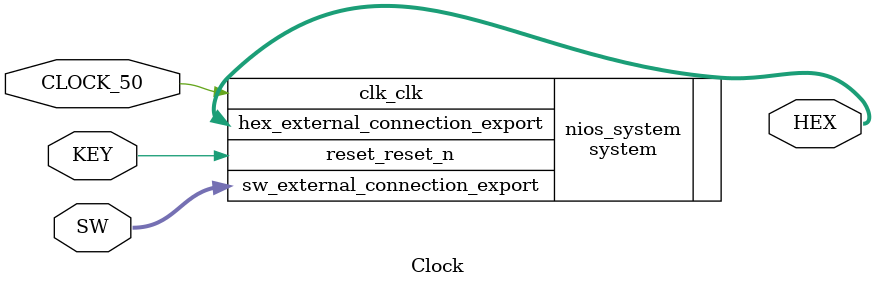
<source format=v>
module Clock
(
	input CLOCK_50,
	input [0:0] KEY,
	input [9:0] SW,
	output [27:0] HEX
);
	system nios_system(
		.clk_clk			(CLOCK_50),
		.reset_reset_n	(KEY[0]),
		.sw_external_connection_export (SW),
		.hex_external_connection_export(HEX)
	);
endmodule

</source>
